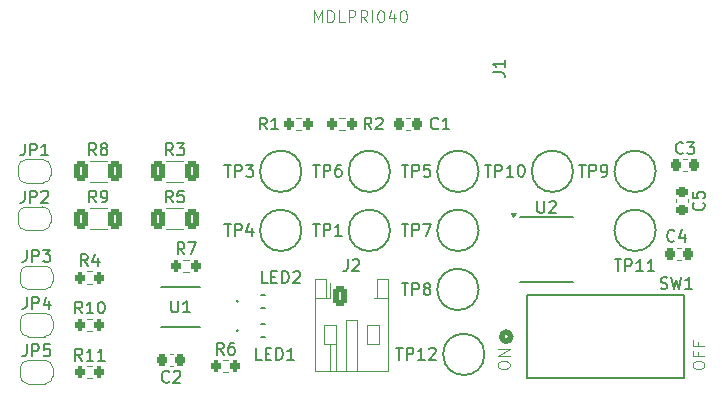
<source format=gbr>
%TF.GenerationSoftware,KiCad,Pcbnew,8.0.1*%
%TF.CreationDate,2024-03-24T16:32:44+02:00*%
%TF.ProjectId,88_Project,38385f50-726f-46a6-9563-742e6b696361,5*%
%TF.SameCoordinates,Original*%
%TF.FileFunction,Legend,Top*%
%TF.FilePolarity,Positive*%
%FSLAX46Y46*%
G04 Gerber Fmt 4.6, Leading zero omitted, Abs format (unit mm)*
G04 Created by KiCad (PCBNEW 8.0.1) date 2024-03-24 16:32:44*
%MOMM*%
%LPD*%
G01*
G04 APERTURE LIST*
G04 Aperture macros list*
%AMRoundRect*
0 Rectangle with rounded corners*
0 $1 Rounding radius*
0 $2 $3 $4 $5 $6 $7 $8 $9 X,Y pos of 4 corners*
0 Add a 4 corners polygon primitive as box body*
4,1,4,$2,$3,$4,$5,$6,$7,$8,$9,$2,$3,0*
0 Add four circle primitives for the rounded corners*
1,1,$1+$1,$2,$3*
1,1,$1+$1,$4,$5*
1,1,$1+$1,$6,$7*
1,1,$1+$1,$8,$9*
0 Add four rect primitives between the rounded corners*
20,1,$1+$1,$2,$3,$4,$5,0*
20,1,$1+$1,$4,$5,$6,$7,0*
20,1,$1+$1,$6,$7,$8,$9,0*
20,1,$1+$1,$8,$9,$2,$3,0*%
%AMFreePoly0*
4,1,19,0.500000,-0.750000,0.000000,-0.750000,0.000000,-0.744911,-0.071157,-0.744911,-0.207708,-0.704816,-0.327430,-0.627875,-0.420627,-0.520320,-0.479746,-0.390866,-0.500000,-0.250000,-0.500000,0.250000,-0.479746,0.390866,-0.420627,0.520320,-0.327430,0.627875,-0.207708,0.704816,-0.071157,0.744911,0.000000,0.744911,0.000000,0.750000,0.500000,0.750000,0.500000,-0.750000,0.500000,-0.750000,
$1*%
%AMFreePoly1*
4,1,19,0.000000,0.744911,0.071157,0.744911,0.207708,0.704816,0.327430,0.627875,0.420627,0.520320,0.479746,0.390866,0.500000,0.250000,0.500000,-0.250000,0.479746,-0.390866,0.420627,-0.520320,0.327430,-0.627875,0.207708,-0.704816,0.071157,-0.744911,0.000000,-0.744911,0.000000,-0.750000,-0.500000,-0.750000,-0.500000,0.750000,0.000000,0.750000,0.000000,0.744911,0.000000,0.744911,
$1*%
G04 Aperture macros list end*
%ADD10C,0.100000*%
%ADD11C,0.150000*%
%ADD12C,0.152400*%
%ADD13C,0.508000*%
%ADD14C,0.120000*%
%ADD15R,0.854800X0.862800*%
%ADD16R,1.327899X0.431000*%
%ADD17C,2.057400*%
%ADD18C,2.800000*%
%ADD19RoundRect,0.200000X-0.200000X-0.275000X0.200000X-0.275000X0.200000X0.275000X-0.200000X0.275000X0*%
%ADD20RoundRect,0.250000X-0.312500X-0.625000X0.312500X-0.625000X0.312500X0.625000X-0.312500X0.625000X0*%
%ADD21FreePoly0,0.000000*%
%ADD22FreePoly1,0.000000*%
%ADD23RoundRect,0.225000X-0.225000X-0.250000X0.225000X-0.250000X0.225000X0.250000X-0.225000X0.250000X0*%
%ADD24RoundRect,0.225000X0.225000X0.250000X-0.225000X0.250000X-0.225000X-0.250000X0.225000X-0.250000X0*%
%ADD25RoundRect,0.225000X-0.250000X0.225000X-0.250000X-0.225000X0.250000X-0.225000X0.250000X0.225000X0*%
%ADD26RoundRect,0.200000X0.200000X0.275000X-0.200000X0.275000X-0.200000X-0.275000X0.200000X-0.275000X0*%
%ADD27R,1.050000X0.450000*%
%ADD28R,3.400000X5.000000*%
%ADD29RoundRect,0.250000X-0.350000X-0.625000X0.350000X-0.625000X0.350000X0.625000X-0.350000X0.625000X0*%
%ADD30O,1.200000X1.750000*%
%ADD31R,1.700000X1.700000*%
%ADD32O,1.700000X1.700000*%
G04 APERTURE END LIST*
D10*
X61303884Y-100372419D02*
X61303884Y-99372419D01*
X61303884Y-99372419D02*
X61637217Y-100086704D01*
X61637217Y-100086704D02*
X61970550Y-99372419D01*
X61970550Y-99372419D02*
X61970550Y-100372419D01*
X62446741Y-100372419D02*
X62446741Y-99372419D01*
X62446741Y-99372419D02*
X62684836Y-99372419D01*
X62684836Y-99372419D02*
X62827693Y-99420038D01*
X62827693Y-99420038D02*
X62922931Y-99515276D01*
X62922931Y-99515276D02*
X62970550Y-99610514D01*
X62970550Y-99610514D02*
X63018169Y-99800990D01*
X63018169Y-99800990D02*
X63018169Y-99943847D01*
X63018169Y-99943847D02*
X62970550Y-100134323D01*
X62970550Y-100134323D02*
X62922931Y-100229561D01*
X62922931Y-100229561D02*
X62827693Y-100324800D01*
X62827693Y-100324800D02*
X62684836Y-100372419D01*
X62684836Y-100372419D02*
X62446741Y-100372419D01*
X63922931Y-100372419D02*
X63446741Y-100372419D01*
X63446741Y-100372419D02*
X63446741Y-99372419D01*
X64256265Y-100372419D02*
X64256265Y-99372419D01*
X64256265Y-99372419D02*
X64637217Y-99372419D01*
X64637217Y-99372419D02*
X64732455Y-99420038D01*
X64732455Y-99420038D02*
X64780074Y-99467657D01*
X64780074Y-99467657D02*
X64827693Y-99562895D01*
X64827693Y-99562895D02*
X64827693Y-99705752D01*
X64827693Y-99705752D02*
X64780074Y-99800990D01*
X64780074Y-99800990D02*
X64732455Y-99848609D01*
X64732455Y-99848609D02*
X64637217Y-99896228D01*
X64637217Y-99896228D02*
X64256265Y-99896228D01*
X65827693Y-100372419D02*
X65494360Y-99896228D01*
X65256265Y-100372419D02*
X65256265Y-99372419D01*
X65256265Y-99372419D02*
X65637217Y-99372419D01*
X65637217Y-99372419D02*
X65732455Y-99420038D01*
X65732455Y-99420038D02*
X65780074Y-99467657D01*
X65780074Y-99467657D02*
X65827693Y-99562895D01*
X65827693Y-99562895D02*
X65827693Y-99705752D01*
X65827693Y-99705752D02*
X65780074Y-99800990D01*
X65780074Y-99800990D02*
X65732455Y-99848609D01*
X65732455Y-99848609D02*
X65637217Y-99896228D01*
X65637217Y-99896228D02*
X65256265Y-99896228D01*
X66256265Y-100372419D02*
X66256265Y-99372419D01*
X66922931Y-99372419D02*
X67018169Y-99372419D01*
X67018169Y-99372419D02*
X67113407Y-99420038D01*
X67113407Y-99420038D02*
X67161026Y-99467657D01*
X67161026Y-99467657D02*
X67208645Y-99562895D01*
X67208645Y-99562895D02*
X67256264Y-99753371D01*
X67256264Y-99753371D02*
X67256264Y-99991466D01*
X67256264Y-99991466D02*
X67208645Y-100181942D01*
X67208645Y-100181942D02*
X67161026Y-100277180D01*
X67161026Y-100277180D02*
X67113407Y-100324800D01*
X67113407Y-100324800D02*
X67018169Y-100372419D01*
X67018169Y-100372419D02*
X66922931Y-100372419D01*
X66922931Y-100372419D02*
X66827693Y-100324800D01*
X66827693Y-100324800D02*
X66780074Y-100277180D01*
X66780074Y-100277180D02*
X66732455Y-100181942D01*
X66732455Y-100181942D02*
X66684836Y-99991466D01*
X66684836Y-99991466D02*
X66684836Y-99753371D01*
X66684836Y-99753371D02*
X66732455Y-99562895D01*
X66732455Y-99562895D02*
X66780074Y-99467657D01*
X66780074Y-99467657D02*
X66827693Y-99420038D01*
X66827693Y-99420038D02*
X66922931Y-99372419D01*
X68113407Y-99705752D02*
X68113407Y-100372419D01*
X67875312Y-99324800D02*
X67637217Y-100039085D01*
X67637217Y-100039085D02*
X68256264Y-100039085D01*
X68827693Y-99372419D02*
X68922931Y-99372419D01*
X68922931Y-99372419D02*
X69018169Y-99420038D01*
X69018169Y-99420038D02*
X69065788Y-99467657D01*
X69065788Y-99467657D02*
X69113407Y-99562895D01*
X69113407Y-99562895D02*
X69161026Y-99753371D01*
X69161026Y-99753371D02*
X69161026Y-99991466D01*
X69161026Y-99991466D02*
X69113407Y-100181942D01*
X69113407Y-100181942D02*
X69065788Y-100277180D01*
X69065788Y-100277180D02*
X69018169Y-100324800D01*
X69018169Y-100324800D02*
X68922931Y-100372419D01*
X68922931Y-100372419D02*
X68827693Y-100372419D01*
X68827693Y-100372419D02*
X68732455Y-100324800D01*
X68732455Y-100324800D02*
X68684836Y-100277180D01*
X68684836Y-100277180D02*
X68637217Y-100181942D01*
X68637217Y-100181942D02*
X68589598Y-99991466D01*
X68589598Y-99991466D02*
X68589598Y-99753371D01*
X68589598Y-99753371D02*
X68637217Y-99562895D01*
X68637217Y-99562895D02*
X68684836Y-99467657D01*
X68684836Y-99467657D02*
X68732455Y-99420038D01*
X68732455Y-99420038D02*
X68827693Y-99372419D01*
X76872419Y-129505639D02*
X76872419Y-129315163D01*
X76872419Y-129315163D02*
X76920038Y-129219925D01*
X76920038Y-129219925D02*
X77015276Y-129124687D01*
X77015276Y-129124687D02*
X77205752Y-129077068D01*
X77205752Y-129077068D02*
X77539085Y-129077068D01*
X77539085Y-129077068D02*
X77729561Y-129124687D01*
X77729561Y-129124687D02*
X77824800Y-129219925D01*
X77824800Y-129219925D02*
X77872419Y-129315163D01*
X77872419Y-129315163D02*
X77872419Y-129505639D01*
X77872419Y-129505639D02*
X77824800Y-129600877D01*
X77824800Y-129600877D02*
X77729561Y-129696115D01*
X77729561Y-129696115D02*
X77539085Y-129743734D01*
X77539085Y-129743734D02*
X77205752Y-129743734D01*
X77205752Y-129743734D02*
X77015276Y-129696115D01*
X77015276Y-129696115D02*
X76920038Y-129600877D01*
X76920038Y-129600877D02*
X76872419Y-129505639D01*
X77872419Y-128648496D02*
X76872419Y-128648496D01*
X76872419Y-128648496D02*
X77872419Y-128077068D01*
X77872419Y-128077068D02*
X76872419Y-128077068D01*
X93372419Y-129505639D02*
X93372419Y-129315163D01*
X93372419Y-129315163D02*
X93420038Y-129219925D01*
X93420038Y-129219925D02*
X93515276Y-129124687D01*
X93515276Y-129124687D02*
X93705752Y-129077068D01*
X93705752Y-129077068D02*
X94039085Y-129077068D01*
X94039085Y-129077068D02*
X94229561Y-129124687D01*
X94229561Y-129124687D02*
X94324800Y-129219925D01*
X94324800Y-129219925D02*
X94372419Y-129315163D01*
X94372419Y-129315163D02*
X94372419Y-129505639D01*
X94372419Y-129505639D02*
X94324800Y-129600877D01*
X94324800Y-129600877D02*
X94229561Y-129696115D01*
X94229561Y-129696115D02*
X94039085Y-129743734D01*
X94039085Y-129743734D02*
X93705752Y-129743734D01*
X93705752Y-129743734D02*
X93515276Y-129696115D01*
X93515276Y-129696115D02*
X93420038Y-129600877D01*
X93420038Y-129600877D02*
X93372419Y-129505639D01*
X93848609Y-128315163D02*
X93848609Y-128648496D01*
X94372419Y-128648496D02*
X93372419Y-128648496D01*
X93372419Y-128648496D02*
X93372419Y-128172306D01*
X93848609Y-127458020D02*
X93848609Y-127791353D01*
X94372419Y-127791353D02*
X93372419Y-127791353D01*
X93372419Y-127791353D02*
X93372419Y-127315163D01*
D11*
X56880952Y-128954819D02*
X56404762Y-128954819D01*
X56404762Y-128954819D02*
X56404762Y-127954819D01*
X57214286Y-128431009D02*
X57547619Y-128431009D01*
X57690476Y-128954819D02*
X57214286Y-128954819D01*
X57214286Y-128954819D02*
X57214286Y-127954819D01*
X57214286Y-127954819D02*
X57690476Y-127954819D01*
X58119048Y-128954819D02*
X58119048Y-127954819D01*
X58119048Y-127954819D02*
X58357143Y-127954819D01*
X58357143Y-127954819D02*
X58500000Y-128002438D01*
X58500000Y-128002438D02*
X58595238Y-128097676D01*
X58595238Y-128097676D02*
X58642857Y-128192914D01*
X58642857Y-128192914D02*
X58690476Y-128383390D01*
X58690476Y-128383390D02*
X58690476Y-128526247D01*
X58690476Y-128526247D02*
X58642857Y-128716723D01*
X58642857Y-128716723D02*
X58595238Y-128811961D01*
X58595238Y-128811961D02*
X58500000Y-128907200D01*
X58500000Y-128907200D02*
X58357143Y-128954819D01*
X58357143Y-128954819D02*
X58119048Y-128954819D01*
X59642857Y-128954819D02*
X59071429Y-128954819D01*
X59357143Y-128954819D02*
X59357143Y-127954819D01*
X59357143Y-127954819D02*
X59261905Y-128097676D01*
X59261905Y-128097676D02*
X59166667Y-128192914D01*
X59166667Y-128192914D02*
X59071429Y-128240533D01*
X57380952Y-122454819D02*
X56904762Y-122454819D01*
X56904762Y-122454819D02*
X56904762Y-121454819D01*
X57714286Y-121931009D02*
X58047619Y-121931009D01*
X58190476Y-122454819D02*
X57714286Y-122454819D01*
X57714286Y-122454819D02*
X57714286Y-121454819D01*
X57714286Y-121454819D02*
X58190476Y-121454819D01*
X58619048Y-122454819D02*
X58619048Y-121454819D01*
X58619048Y-121454819D02*
X58857143Y-121454819D01*
X58857143Y-121454819D02*
X59000000Y-121502438D01*
X59000000Y-121502438D02*
X59095238Y-121597676D01*
X59095238Y-121597676D02*
X59142857Y-121692914D01*
X59142857Y-121692914D02*
X59190476Y-121883390D01*
X59190476Y-121883390D02*
X59190476Y-122026247D01*
X59190476Y-122026247D02*
X59142857Y-122216723D01*
X59142857Y-122216723D02*
X59095238Y-122311961D01*
X59095238Y-122311961D02*
X59000000Y-122407200D01*
X59000000Y-122407200D02*
X58857143Y-122454819D01*
X58857143Y-122454819D02*
X58619048Y-122454819D01*
X59571429Y-121550057D02*
X59619048Y-121502438D01*
X59619048Y-121502438D02*
X59714286Y-121454819D01*
X59714286Y-121454819D02*
X59952381Y-121454819D01*
X59952381Y-121454819D02*
X60047619Y-121502438D01*
X60047619Y-121502438D02*
X60095238Y-121550057D01*
X60095238Y-121550057D02*
X60142857Y-121645295D01*
X60142857Y-121645295D02*
X60142857Y-121740533D01*
X60142857Y-121740533D02*
X60095238Y-121883390D01*
X60095238Y-121883390D02*
X59523810Y-122454819D01*
X59523810Y-122454819D02*
X60142857Y-122454819D01*
X49238095Y-123954819D02*
X49238095Y-124764342D01*
X49238095Y-124764342D02*
X49285714Y-124859580D01*
X49285714Y-124859580D02*
X49333333Y-124907200D01*
X49333333Y-124907200D02*
X49428571Y-124954819D01*
X49428571Y-124954819D02*
X49619047Y-124954819D01*
X49619047Y-124954819D02*
X49714285Y-124907200D01*
X49714285Y-124907200D02*
X49761904Y-124859580D01*
X49761904Y-124859580D02*
X49809523Y-124764342D01*
X49809523Y-124764342D02*
X49809523Y-123954819D01*
X50809523Y-124954819D02*
X50238095Y-124954819D01*
X50523809Y-124954819D02*
X50523809Y-123954819D01*
X50523809Y-123954819D02*
X50428571Y-124097676D01*
X50428571Y-124097676D02*
X50333333Y-124192914D01*
X50333333Y-124192914D02*
X50238095Y-124240533D01*
X90666667Y-122907200D02*
X90809524Y-122954819D01*
X90809524Y-122954819D02*
X91047619Y-122954819D01*
X91047619Y-122954819D02*
X91142857Y-122907200D01*
X91142857Y-122907200D02*
X91190476Y-122859580D01*
X91190476Y-122859580D02*
X91238095Y-122764342D01*
X91238095Y-122764342D02*
X91238095Y-122669104D01*
X91238095Y-122669104D02*
X91190476Y-122573866D01*
X91190476Y-122573866D02*
X91142857Y-122526247D01*
X91142857Y-122526247D02*
X91047619Y-122478628D01*
X91047619Y-122478628D02*
X90857143Y-122431009D01*
X90857143Y-122431009D02*
X90761905Y-122383390D01*
X90761905Y-122383390D02*
X90714286Y-122335771D01*
X90714286Y-122335771D02*
X90666667Y-122240533D01*
X90666667Y-122240533D02*
X90666667Y-122145295D01*
X90666667Y-122145295D02*
X90714286Y-122050057D01*
X90714286Y-122050057D02*
X90761905Y-122002438D01*
X90761905Y-122002438D02*
X90857143Y-121954819D01*
X90857143Y-121954819D02*
X91095238Y-121954819D01*
X91095238Y-121954819D02*
X91238095Y-122002438D01*
X91571429Y-121954819D02*
X91809524Y-122954819D01*
X91809524Y-122954819D02*
X92000000Y-122240533D01*
X92000000Y-122240533D02*
X92190476Y-122954819D01*
X92190476Y-122954819D02*
X92428572Y-121954819D01*
X93333333Y-122954819D02*
X92761905Y-122954819D01*
X93047619Y-122954819D02*
X93047619Y-121954819D01*
X93047619Y-121954819D02*
X92952381Y-122097676D01*
X92952381Y-122097676D02*
X92857143Y-122192914D01*
X92857143Y-122192914D02*
X92761905Y-122240533D01*
X68738095Y-117454819D02*
X69309523Y-117454819D01*
X69023809Y-118454819D02*
X69023809Y-117454819D01*
X69642857Y-118454819D02*
X69642857Y-117454819D01*
X69642857Y-117454819D02*
X70023809Y-117454819D01*
X70023809Y-117454819D02*
X70119047Y-117502438D01*
X70119047Y-117502438D02*
X70166666Y-117550057D01*
X70166666Y-117550057D02*
X70214285Y-117645295D01*
X70214285Y-117645295D02*
X70214285Y-117788152D01*
X70214285Y-117788152D02*
X70166666Y-117883390D01*
X70166666Y-117883390D02*
X70119047Y-117931009D01*
X70119047Y-117931009D02*
X70023809Y-117978628D01*
X70023809Y-117978628D02*
X69642857Y-117978628D01*
X70547619Y-117454819D02*
X71214285Y-117454819D01*
X71214285Y-117454819D02*
X70785714Y-118454819D01*
X42158333Y-121024819D02*
X41825000Y-120548628D01*
X41586905Y-121024819D02*
X41586905Y-120024819D01*
X41586905Y-120024819D02*
X41967857Y-120024819D01*
X41967857Y-120024819D02*
X42063095Y-120072438D01*
X42063095Y-120072438D02*
X42110714Y-120120057D01*
X42110714Y-120120057D02*
X42158333Y-120215295D01*
X42158333Y-120215295D02*
X42158333Y-120358152D01*
X42158333Y-120358152D02*
X42110714Y-120453390D01*
X42110714Y-120453390D02*
X42063095Y-120501009D01*
X42063095Y-120501009D02*
X41967857Y-120548628D01*
X41967857Y-120548628D02*
X41586905Y-120548628D01*
X43015476Y-120358152D02*
X43015476Y-121024819D01*
X42777381Y-119977200D02*
X42539286Y-120691485D01*
X42539286Y-120691485D02*
X43158333Y-120691485D01*
X49370833Y-111634819D02*
X49037500Y-111158628D01*
X48799405Y-111634819D02*
X48799405Y-110634819D01*
X48799405Y-110634819D02*
X49180357Y-110634819D01*
X49180357Y-110634819D02*
X49275595Y-110682438D01*
X49275595Y-110682438D02*
X49323214Y-110730057D01*
X49323214Y-110730057D02*
X49370833Y-110825295D01*
X49370833Y-110825295D02*
X49370833Y-110968152D01*
X49370833Y-110968152D02*
X49323214Y-111063390D01*
X49323214Y-111063390D02*
X49275595Y-111111009D01*
X49275595Y-111111009D02*
X49180357Y-111158628D01*
X49180357Y-111158628D02*
X48799405Y-111158628D01*
X49704167Y-110634819D02*
X50323214Y-110634819D01*
X50323214Y-110634819D02*
X49989881Y-111015771D01*
X49989881Y-111015771D02*
X50132738Y-111015771D01*
X50132738Y-111015771D02*
X50227976Y-111063390D01*
X50227976Y-111063390D02*
X50275595Y-111111009D01*
X50275595Y-111111009D02*
X50323214Y-111206247D01*
X50323214Y-111206247D02*
X50323214Y-111444342D01*
X50323214Y-111444342D02*
X50275595Y-111539580D01*
X50275595Y-111539580D02*
X50227976Y-111587200D01*
X50227976Y-111587200D02*
X50132738Y-111634819D01*
X50132738Y-111634819D02*
X49847024Y-111634819D01*
X49847024Y-111634819D02*
X49751786Y-111587200D01*
X49751786Y-111587200D02*
X49704167Y-111539580D01*
X53658333Y-128524819D02*
X53325000Y-128048628D01*
X53086905Y-128524819D02*
X53086905Y-127524819D01*
X53086905Y-127524819D02*
X53467857Y-127524819D01*
X53467857Y-127524819D02*
X53563095Y-127572438D01*
X53563095Y-127572438D02*
X53610714Y-127620057D01*
X53610714Y-127620057D02*
X53658333Y-127715295D01*
X53658333Y-127715295D02*
X53658333Y-127858152D01*
X53658333Y-127858152D02*
X53610714Y-127953390D01*
X53610714Y-127953390D02*
X53563095Y-128001009D01*
X53563095Y-128001009D02*
X53467857Y-128048628D01*
X53467857Y-128048628D02*
X53086905Y-128048628D01*
X54515476Y-127524819D02*
X54325000Y-127524819D01*
X54325000Y-127524819D02*
X54229762Y-127572438D01*
X54229762Y-127572438D02*
X54182143Y-127620057D01*
X54182143Y-127620057D02*
X54086905Y-127762914D01*
X54086905Y-127762914D02*
X54039286Y-127953390D01*
X54039286Y-127953390D02*
X54039286Y-128334342D01*
X54039286Y-128334342D02*
X54086905Y-128429580D01*
X54086905Y-128429580D02*
X54134524Y-128477200D01*
X54134524Y-128477200D02*
X54229762Y-128524819D01*
X54229762Y-128524819D02*
X54420238Y-128524819D01*
X54420238Y-128524819D02*
X54515476Y-128477200D01*
X54515476Y-128477200D02*
X54563095Y-128429580D01*
X54563095Y-128429580D02*
X54610714Y-128334342D01*
X54610714Y-128334342D02*
X54610714Y-128096247D01*
X54610714Y-128096247D02*
X54563095Y-128001009D01*
X54563095Y-128001009D02*
X54515476Y-127953390D01*
X54515476Y-127953390D02*
X54420238Y-127905771D01*
X54420238Y-127905771D02*
X54229762Y-127905771D01*
X54229762Y-127905771D02*
X54134524Y-127953390D01*
X54134524Y-127953390D02*
X54086905Y-128001009D01*
X54086905Y-128001009D02*
X54039286Y-128096247D01*
X61238095Y-112454819D02*
X61809523Y-112454819D01*
X61523809Y-113454819D02*
X61523809Y-112454819D01*
X62142857Y-113454819D02*
X62142857Y-112454819D01*
X62142857Y-112454819D02*
X62523809Y-112454819D01*
X62523809Y-112454819D02*
X62619047Y-112502438D01*
X62619047Y-112502438D02*
X62666666Y-112550057D01*
X62666666Y-112550057D02*
X62714285Y-112645295D01*
X62714285Y-112645295D02*
X62714285Y-112788152D01*
X62714285Y-112788152D02*
X62666666Y-112883390D01*
X62666666Y-112883390D02*
X62619047Y-112931009D01*
X62619047Y-112931009D02*
X62523809Y-112978628D01*
X62523809Y-112978628D02*
X62142857Y-112978628D01*
X63571428Y-112454819D02*
X63380952Y-112454819D01*
X63380952Y-112454819D02*
X63285714Y-112502438D01*
X63285714Y-112502438D02*
X63238095Y-112550057D01*
X63238095Y-112550057D02*
X63142857Y-112692914D01*
X63142857Y-112692914D02*
X63095238Y-112883390D01*
X63095238Y-112883390D02*
X63095238Y-113264342D01*
X63095238Y-113264342D02*
X63142857Y-113359580D01*
X63142857Y-113359580D02*
X63190476Y-113407200D01*
X63190476Y-113407200D02*
X63285714Y-113454819D01*
X63285714Y-113454819D02*
X63476190Y-113454819D01*
X63476190Y-113454819D02*
X63571428Y-113407200D01*
X63571428Y-113407200D02*
X63619047Y-113359580D01*
X63619047Y-113359580D02*
X63666666Y-113264342D01*
X63666666Y-113264342D02*
X63666666Y-113026247D01*
X63666666Y-113026247D02*
X63619047Y-112931009D01*
X63619047Y-112931009D02*
X63571428Y-112883390D01*
X63571428Y-112883390D02*
X63476190Y-112835771D01*
X63476190Y-112835771D02*
X63285714Y-112835771D01*
X63285714Y-112835771D02*
X63190476Y-112883390D01*
X63190476Y-112883390D02*
X63142857Y-112931009D01*
X63142857Y-112931009D02*
X63095238Y-113026247D01*
X42870833Y-115634819D02*
X42537500Y-115158628D01*
X42299405Y-115634819D02*
X42299405Y-114634819D01*
X42299405Y-114634819D02*
X42680357Y-114634819D01*
X42680357Y-114634819D02*
X42775595Y-114682438D01*
X42775595Y-114682438D02*
X42823214Y-114730057D01*
X42823214Y-114730057D02*
X42870833Y-114825295D01*
X42870833Y-114825295D02*
X42870833Y-114968152D01*
X42870833Y-114968152D02*
X42823214Y-115063390D01*
X42823214Y-115063390D02*
X42775595Y-115111009D01*
X42775595Y-115111009D02*
X42680357Y-115158628D01*
X42680357Y-115158628D02*
X42299405Y-115158628D01*
X43347024Y-115634819D02*
X43537500Y-115634819D01*
X43537500Y-115634819D02*
X43632738Y-115587200D01*
X43632738Y-115587200D02*
X43680357Y-115539580D01*
X43680357Y-115539580D02*
X43775595Y-115396723D01*
X43775595Y-115396723D02*
X43823214Y-115206247D01*
X43823214Y-115206247D02*
X43823214Y-114825295D01*
X43823214Y-114825295D02*
X43775595Y-114730057D01*
X43775595Y-114730057D02*
X43727976Y-114682438D01*
X43727976Y-114682438D02*
X43632738Y-114634819D01*
X43632738Y-114634819D02*
X43442262Y-114634819D01*
X43442262Y-114634819D02*
X43347024Y-114682438D01*
X43347024Y-114682438D02*
X43299405Y-114730057D01*
X43299405Y-114730057D02*
X43251786Y-114825295D01*
X43251786Y-114825295D02*
X43251786Y-115063390D01*
X43251786Y-115063390D02*
X43299405Y-115158628D01*
X43299405Y-115158628D02*
X43347024Y-115206247D01*
X43347024Y-115206247D02*
X43442262Y-115253866D01*
X43442262Y-115253866D02*
X43632738Y-115253866D01*
X43632738Y-115253866D02*
X43727976Y-115206247D01*
X43727976Y-115206247D02*
X43775595Y-115158628D01*
X43775595Y-115158628D02*
X43823214Y-115063390D01*
X36991666Y-123654819D02*
X36991666Y-124369104D01*
X36991666Y-124369104D02*
X36944047Y-124511961D01*
X36944047Y-124511961D02*
X36848809Y-124607200D01*
X36848809Y-124607200D02*
X36705952Y-124654819D01*
X36705952Y-124654819D02*
X36610714Y-124654819D01*
X37467857Y-124654819D02*
X37467857Y-123654819D01*
X37467857Y-123654819D02*
X37848809Y-123654819D01*
X37848809Y-123654819D02*
X37944047Y-123702438D01*
X37944047Y-123702438D02*
X37991666Y-123750057D01*
X37991666Y-123750057D02*
X38039285Y-123845295D01*
X38039285Y-123845295D02*
X38039285Y-123988152D01*
X38039285Y-123988152D02*
X37991666Y-124083390D01*
X37991666Y-124083390D02*
X37944047Y-124131009D01*
X37944047Y-124131009D02*
X37848809Y-124178628D01*
X37848809Y-124178628D02*
X37467857Y-124178628D01*
X38896428Y-123988152D02*
X38896428Y-124654819D01*
X38658333Y-123607200D02*
X38420238Y-124321485D01*
X38420238Y-124321485D02*
X39039285Y-124321485D01*
X68738095Y-122454819D02*
X69309523Y-122454819D01*
X69023809Y-123454819D02*
X69023809Y-122454819D01*
X69642857Y-123454819D02*
X69642857Y-122454819D01*
X69642857Y-122454819D02*
X70023809Y-122454819D01*
X70023809Y-122454819D02*
X70119047Y-122502438D01*
X70119047Y-122502438D02*
X70166666Y-122550057D01*
X70166666Y-122550057D02*
X70214285Y-122645295D01*
X70214285Y-122645295D02*
X70214285Y-122788152D01*
X70214285Y-122788152D02*
X70166666Y-122883390D01*
X70166666Y-122883390D02*
X70119047Y-122931009D01*
X70119047Y-122931009D02*
X70023809Y-122978628D01*
X70023809Y-122978628D02*
X69642857Y-122978628D01*
X70785714Y-122883390D02*
X70690476Y-122835771D01*
X70690476Y-122835771D02*
X70642857Y-122788152D01*
X70642857Y-122788152D02*
X70595238Y-122692914D01*
X70595238Y-122692914D02*
X70595238Y-122645295D01*
X70595238Y-122645295D02*
X70642857Y-122550057D01*
X70642857Y-122550057D02*
X70690476Y-122502438D01*
X70690476Y-122502438D02*
X70785714Y-122454819D01*
X70785714Y-122454819D02*
X70976190Y-122454819D01*
X70976190Y-122454819D02*
X71071428Y-122502438D01*
X71071428Y-122502438D02*
X71119047Y-122550057D01*
X71119047Y-122550057D02*
X71166666Y-122645295D01*
X71166666Y-122645295D02*
X71166666Y-122692914D01*
X71166666Y-122692914D02*
X71119047Y-122788152D01*
X71119047Y-122788152D02*
X71071428Y-122835771D01*
X71071428Y-122835771D02*
X70976190Y-122883390D01*
X70976190Y-122883390D02*
X70785714Y-122883390D01*
X70785714Y-122883390D02*
X70690476Y-122931009D01*
X70690476Y-122931009D02*
X70642857Y-122978628D01*
X70642857Y-122978628D02*
X70595238Y-123073866D01*
X70595238Y-123073866D02*
X70595238Y-123264342D01*
X70595238Y-123264342D02*
X70642857Y-123359580D01*
X70642857Y-123359580D02*
X70690476Y-123407200D01*
X70690476Y-123407200D02*
X70785714Y-123454819D01*
X70785714Y-123454819D02*
X70976190Y-123454819D01*
X70976190Y-123454819D02*
X71071428Y-123407200D01*
X71071428Y-123407200D02*
X71119047Y-123359580D01*
X71119047Y-123359580D02*
X71166666Y-123264342D01*
X71166666Y-123264342D02*
X71166666Y-123073866D01*
X71166666Y-123073866D02*
X71119047Y-122978628D01*
X71119047Y-122978628D02*
X71071428Y-122931009D01*
X71071428Y-122931009D02*
X70976190Y-122883390D01*
X71833333Y-109359580D02*
X71785714Y-109407200D01*
X71785714Y-109407200D02*
X71642857Y-109454819D01*
X71642857Y-109454819D02*
X71547619Y-109454819D01*
X71547619Y-109454819D02*
X71404762Y-109407200D01*
X71404762Y-109407200D02*
X71309524Y-109311961D01*
X71309524Y-109311961D02*
X71261905Y-109216723D01*
X71261905Y-109216723D02*
X71214286Y-109026247D01*
X71214286Y-109026247D02*
X71214286Y-108883390D01*
X71214286Y-108883390D02*
X71261905Y-108692914D01*
X71261905Y-108692914D02*
X71309524Y-108597676D01*
X71309524Y-108597676D02*
X71404762Y-108502438D01*
X71404762Y-108502438D02*
X71547619Y-108454819D01*
X71547619Y-108454819D02*
X71642857Y-108454819D01*
X71642857Y-108454819D02*
X71785714Y-108502438D01*
X71785714Y-108502438D02*
X71833333Y-108550057D01*
X72785714Y-109454819D02*
X72214286Y-109454819D01*
X72500000Y-109454819D02*
X72500000Y-108454819D01*
X72500000Y-108454819D02*
X72404762Y-108597676D01*
X72404762Y-108597676D02*
X72309524Y-108692914D01*
X72309524Y-108692914D02*
X72214286Y-108740533D01*
X91833333Y-118859580D02*
X91785714Y-118907200D01*
X91785714Y-118907200D02*
X91642857Y-118954819D01*
X91642857Y-118954819D02*
X91547619Y-118954819D01*
X91547619Y-118954819D02*
X91404762Y-118907200D01*
X91404762Y-118907200D02*
X91309524Y-118811961D01*
X91309524Y-118811961D02*
X91261905Y-118716723D01*
X91261905Y-118716723D02*
X91214286Y-118526247D01*
X91214286Y-118526247D02*
X91214286Y-118383390D01*
X91214286Y-118383390D02*
X91261905Y-118192914D01*
X91261905Y-118192914D02*
X91309524Y-118097676D01*
X91309524Y-118097676D02*
X91404762Y-118002438D01*
X91404762Y-118002438D02*
X91547619Y-117954819D01*
X91547619Y-117954819D02*
X91642857Y-117954819D01*
X91642857Y-117954819D02*
X91785714Y-118002438D01*
X91785714Y-118002438D02*
X91833333Y-118050057D01*
X92690476Y-118288152D02*
X92690476Y-118954819D01*
X92452381Y-117907200D02*
X92214286Y-118621485D01*
X92214286Y-118621485D02*
X92833333Y-118621485D01*
X53738095Y-117454819D02*
X54309523Y-117454819D01*
X54023809Y-118454819D02*
X54023809Y-117454819D01*
X54642857Y-118454819D02*
X54642857Y-117454819D01*
X54642857Y-117454819D02*
X55023809Y-117454819D01*
X55023809Y-117454819D02*
X55119047Y-117502438D01*
X55119047Y-117502438D02*
X55166666Y-117550057D01*
X55166666Y-117550057D02*
X55214285Y-117645295D01*
X55214285Y-117645295D02*
X55214285Y-117788152D01*
X55214285Y-117788152D02*
X55166666Y-117883390D01*
X55166666Y-117883390D02*
X55119047Y-117931009D01*
X55119047Y-117931009D02*
X55023809Y-117978628D01*
X55023809Y-117978628D02*
X54642857Y-117978628D01*
X56071428Y-117788152D02*
X56071428Y-118454819D01*
X55833333Y-117407200D02*
X55595238Y-118121485D01*
X55595238Y-118121485D02*
X56214285Y-118121485D01*
X49058333Y-130789580D02*
X49010714Y-130837200D01*
X49010714Y-130837200D02*
X48867857Y-130884819D01*
X48867857Y-130884819D02*
X48772619Y-130884819D01*
X48772619Y-130884819D02*
X48629762Y-130837200D01*
X48629762Y-130837200D02*
X48534524Y-130741961D01*
X48534524Y-130741961D02*
X48486905Y-130646723D01*
X48486905Y-130646723D02*
X48439286Y-130456247D01*
X48439286Y-130456247D02*
X48439286Y-130313390D01*
X48439286Y-130313390D02*
X48486905Y-130122914D01*
X48486905Y-130122914D02*
X48534524Y-130027676D01*
X48534524Y-130027676D02*
X48629762Y-129932438D01*
X48629762Y-129932438D02*
X48772619Y-129884819D01*
X48772619Y-129884819D02*
X48867857Y-129884819D01*
X48867857Y-129884819D02*
X49010714Y-129932438D01*
X49010714Y-129932438D02*
X49058333Y-129980057D01*
X49439286Y-129980057D02*
X49486905Y-129932438D01*
X49486905Y-129932438D02*
X49582143Y-129884819D01*
X49582143Y-129884819D02*
X49820238Y-129884819D01*
X49820238Y-129884819D02*
X49915476Y-129932438D01*
X49915476Y-129932438D02*
X49963095Y-129980057D01*
X49963095Y-129980057D02*
X50010714Y-130075295D01*
X50010714Y-130075295D02*
X50010714Y-130170533D01*
X50010714Y-130170533D02*
X49963095Y-130313390D01*
X49963095Y-130313390D02*
X49391667Y-130884819D01*
X49391667Y-130884819D02*
X50010714Y-130884819D01*
X61238095Y-117454819D02*
X61809523Y-117454819D01*
X61523809Y-118454819D02*
X61523809Y-117454819D01*
X62142857Y-118454819D02*
X62142857Y-117454819D01*
X62142857Y-117454819D02*
X62523809Y-117454819D01*
X62523809Y-117454819D02*
X62619047Y-117502438D01*
X62619047Y-117502438D02*
X62666666Y-117550057D01*
X62666666Y-117550057D02*
X62714285Y-117645295D01*
X62714285Y-117645295D02*
X62714285Y-117788152D01*
X62714285Y-117788152D02*
X62666666Y-117883390D01*
X62666666Y-117883390D02*
X62619047Y-117931009D01*
X62619047Y-117931009D02*
X62523809Y-117978628D01*
X62523809Y-117978628D02*
X62142857Y-117978628D01*
X63666666Y-118454819D02*
X63095238Y-118454819D01*
X63380952Y-118454819D02*
X63380952Y-117454819D01*
X63380952Y-117454819D02*
X63285714Y-117597676D01*
X63285714Y-117597676D02*
X63190476Y-117692914D01*
X63190476Y-117692914D02*
X63095238Y-117740533D01*
X53738095Y-112454819D02*
X54309523Y-112454819D01*
X54023809Y-113454819D02*
X54023809Y-112454819D01*
X54642857Y-113454819D02*
X54642857Y-112454819D01*
X54642857Y-112454819D02*
X55023809Y-112454819D01*
X55023809Y-112454819D02*
X55119047Y-112502438D01*
X55119047Y-112502438D02*
X55166666Y-112550057D01*
X55166666Y-112550057D02*
X55214285Y-112645295D01*
X55214285Y-112645295D02*
X55214285Y-112788152D01*
X55214285Y-112788152D02*
X55166666Y-112883390D01*
X55166666Y-112883390D02*
X55119047Y-112931009D01*
X55119047Y-112931009D02*
X55023809Y-112978628D01*
X55023809Y-112978628D02*
X54642857Y-112978628D01*
X55547619Y-112454819D02*
X56166666Y-112454819D01*
X56166666Y-112454819D02*
X55833333Y-112835771D01*
X55833333Y-112835771D02*
X55976190Y-112835771D01*
X55976190Y-112835771D02*
X56071428Y-112883390D01*
X56071428Y-112883390D02*
X56119047Y-112931009D01*
X56119047Y-112931009D02*
X56166666Y-113026247D01*
X56166666Y-113026247D02*
X56166666Y-113264342D01*
X56166666Y-113264342D02*
X56119047Y-113359580D01*
X56119047Y-113359580D02*
X56071428Y-113407200D01*
X56071428Y-113407200D02*
X55976190Y-113454819D01*
X55976190Y-113454819D02*
X55690476Y-113454819D01*
X55690476Y-113454819D02*
X55595238Y-113407200D01*
X55595238Y-113407200D02*
X55547619Y-113359580D01*
X68738095Y-112454819D02*
X69309523Y-112454819D01*
X69023809Y-113454819D02*
X69023809Y-112454819D01*
X69642857Y-113454819D02*
X69642857Y-112454819D01*
X69642857Y-112454819D02*
X70023809Y-112454819D01*
X70023809Y-112454819D02*
X70119047Y-112502438D01*
X70119047Y-112502438D02*
X70166666Y-112550057D01*
X70166666Y-112550057D02*
X70214285Y-112645295D01*
X70214285Y-112645295D02*
X70214285Y-112788152D01*
X70214285Y-112788152D02*
X70166666Y-112883390D01*
X70166666Y-112883390D02*
X70119047Y-112931009D01*
X70119047Y-112931009D02*
X70023809Y-112978628D01*
X70023809Y-112978628D02*
X69642857Y-112978628D01*
X71119047Y-112454819D02*
X70642857Y-112454819D01*
X70642857Y-112454819D02*
X70595238Y-112931009D01*
X70595238Y-112931009D02*
X70642857Y-112883390D01*
X70642857Y-112883390D02*
X70738095Y-112835771D01*
X70738095Y-112835771D02*
X70976190Y-112835771D01*
X70976190Y-112835771D02*
X71071428Y-112883390D01*
X71071428Y-112883390D02*
X71119047Y-112931009D01*
X71119047Y-112931009D02*
X71166666Y-113026247D01*
X71166666Y-113026247D02*
X71166666Y-113264342D01*
X71166666Y-113264342D02*
X71119047Y-113359580D01*
X71119047Y-113359580D02*
X71071428Y-113407200D01*
X71071428Y-113407200D02*
X70976190Y-113454819D01*
X70976190Y-113454819D02*
X70738095Y-113454819D01*
X70738095Y-113454819D02*
X70642857Y-113407200D01*
X70642857Y-113407200D02*
X70595238Y-113359580D01*
X94289580Y-115666666D02*
X94337200Y-115714285D01*
X94337200Y-115714285D02*
X94384819Y-115857142D01*
X94384819Y-115857142D02*
X94384819Y-115952380D01*
X94384819Y-115952380D02*
X94337200Y-116095237D01*
X94337200Y-116095237D02*
X94241961Y-116190475D01*
X94241961Y-116190475D02*
X94146723Y-116238094D01*
X94146723Y-116238094D02*
X93956247Y-116285713D01*
X93956247Y-116285713D02*
X93813390Y-116285713D01*
X93813390Y-116285713D02*
X93622914Y-116238094D01*
X93622914Y-116238094D02*
X93527676Y-116190475D01*
X93527676Y-116190475D02*
X93432438Y-116095237D01*
X93432438Y-116095237D02*
X93384819Y-115952380D01*
X93384819Y-115952380D02*
X93384819Y-115857142D01*
X93384819Y-115857142D02*
X93432438Y-115714285D01*
X93432438Y-115714285D02*
X93480057Y-115666666D01*
X93384819Y-114761904D02*
X93384819Y-115238094D01*
X93384819Y-115238094D02*
X93861009Y-115285713D01*
X93861009Y-115285713D02*
X93813390Y-115238094D01*
X93813390Y-115238094D02*
X93765771Y-115142856D01*
X93765771Y-115142856D02*
X93765771Y-114904761D01*
X93765771Y-114904761D02*
X93813390Y-114809523D01*
X93813390Y-114809523D02*
X93861009Y-114761904D01*
X93861009Y-114761904D02*
X93956247Y-114714285D01*
X93956247Y-114714285D02*
X94194342Y-114714285D01*
X94194342Y-114714285D02*
X94289580Y-114761904D01*
X94289580Y-114761904D02*
X94337200Y-114809523D01*
X94337200Y-114809523D02*
X94384819Y-114904761D01*
X94384819Y-114904761D02*
X94384819Y-115142856D01*
X94384819Y-115142856D02*
X94337200Y-115238094D01*
X94337200Y-115238094D02*
X94289580Y-115285713D01*
X92558333Y-111429580D02*
X92510714Y-111477200D01*
X92510714Y-111477200D02*
X92367857Y-111524819D01*
X92367857Y-111524819D02*
X92272619Y-111524819D01*
X92272619Y-111524819D02*
X92129762Y-111477200D01*
X92129762Y-111477200D02*
X92034524Y-111381961D01*
X92034524Y-111381961D02*
X91986905Y-111286723D01*
X91986905Y-111286723D02*
X91939286Y-111096247D01*
X91939286Y-111096247D02*
X91939286Y-110953390D01*
X91939286Y-110953390D02*
X91986905Y-110762914D01*
X91986905Y-110762914D02*
X92034524Y-110667676D01*
X92034524Y-110667676D02*
X92129762Y-110572438D01*
X92129762Y-110572438D02*
X92272619Y-110524819D01*
X92272619Y-110524819D02*
X92367857Y-110524819D01*
X92367857Y-110524819D02*
X92510714Y-110572438D01*
X92510714Y-110572438D02*
X92558333Y-110620057D01*
X92891667Y-110524819D02*
X93510714Y-110524819D01*
X93510714Y-110524819D02*
X93177381Y-110905771D01*
X93177381Y-110905771D02*
X93320238Y-110905771D01*
X93320238Y-110905771D02*
X93415476Y-110953390D01*
X93415476Y-110953390D02*
X93463095Y-111001009D01*
X93463095Y-111001009D02*
X93510714Y-111096247D01*
X93510714Y-111096247D02*
X93510714Y-111334342D01*
X93510714Y-111334342D02*
X93463095Y-111429580D01*
X93463095Y-111429580D02*
X93415476Y-111477200D01*
X93415476Y-111477200D02*
X93320238Y-111524819D01*
X93320238Y-111524819D02*
X93034524Y-111524819D01*
X93034524Y-111524819D02*
X92939286Y-111477200D01*
X92939286Y-111477200D02*
X92891667Y-111429580D01*
X86761905Y-120454819D02*
X87333333Y-120454819D01*
X87047619Y-121454819D02*
X87047619Y-120454819D01*
X87666667Y-121454819D02*
X87666667Y-120454819D01*
X87666667Y-120454819D02*
X88047619Y-120454819D01*
X88047619Y-120454819D02*
X88142857Y-120502438D01*
X88142857Y-120502438D02*
X88190476Y-120550057D01*
X88190476Y-120550057D02*
X88238095Y-120645295D01*
X88238095Y-120645295D02*
X88238095Y-120788152D01*
X88238095Y-120788152D02*
X88190476Y-120883390D01*
X88190476Y-120883390D02*
X88142857Y-120931009D01*
X88142857Y-120931009D02*
X88047619Y-120978628D01*
X88047619Y-120978628D02*
X87666667Y-120978628D01*
X89190476Y-121454819D02*
X88619048Y-121454819D01*
X88904762Y-121454819D02*
X88904762Y-120454819D01*
X88904762Y-120454819D02*
X88809524Y-120597676D01*
X88809524Y-120597676D02*
X88714286Y-120692914D01*
X88714286Y-120692914D02*
X88619048Y-120740533D01*
X90142857Y-121454819D02*
X89571429Y-121454819D01*
X89857143Y-121454819D02*
X89857143Y-120454819D01*
X89857143Y-120454819D02*
X89761905Y-120597676D01*
X89761905Y-120597676D02*
X89666667Y-120692914D01*
X89666667Y-120692914D02*
X89571429Y-120740533D01*
X36991666Y-119654819D02*
X36991666Y-120369104D01*
X36991666Y-120369104D02*
X36944047Y-120511961D01*
X36944047Y-120511961D02*
X36848809Y-120607200D01*
X36848809Y-120607200D02*
X36705952Y-120654819D01*
X36705952Y-120654819D02*
X36610714Y-120654819D01*
X37467857Y-120654819D02*
X37467857Y-119654819D01*
X37467857Y-119654819D02*
X37848809Y-119654819D01*
X37848809Y-119654819D02*
X37944047Y-119702438D01*
X37944047Y-119702438D02*
X37991666Y-119750057D01*
X37991666Y-119750057D02*
X38039285Y-119845295D01*
X38039285Y-119845295D02*
X38039285Y-119988152D01*
X38039285Y-119988152D02*
X37991666Y-120083390D01*
X37991666Y-120083390D02*
X37944047Y-120131009D01*
X37944047Y-120131009D02*
X37848809Y-120178628D01*
X37848809Y-120178628D02*
X37467857Y-120178628D01*
X38372619Y-119654819D02*
X38991666Y-119654819D01*
X38991666Y-119654819D02*
X38658333Y-120035771D01*
X38658333Y-120035771D02*
X38801190Y-120035771D01*
X38801190Y-120035771D02*
X38896428Y-120083390D01*
X38896428Y-120083390D02*
X38944047Y-120131009D01*
X38944047Y-120131009D02*
X38991666Y-120226247D01*
X38991666Y-120226247D02*
X38991666Y-120464342D01*
X38991666Y-120464342D02*
X38944047Y-120559580D01*
X38944047Y-120559580D02*
X38896428Y-120607200D01*
X38896428Y-120607200D02*
X38801190Y-120654819D01*
X38801190Y-120654819D02*
X38515476Y-120654819D01*
X38515476Y-120654819D02*
X38420238Y-120607200D01*
X38420238Y-120607200D02*
X38372619Y-120559580D01*
X75761905Y-112454819D02*
X76333333Y-112454819D01*
X76047619Y-113454819D02*
X76047619Y-112454819D01*
X76666667Y-113454819D02*
X76666667Y-112454819D01*
X76666667Y-112454819D02*
X77047619Y-112454819D01*
X77047619Y-112454819D02*
X77142857Y-112502438D01*
X77142857Y-112502438D02*
X77190476Y-112550057D01*
X77190476Y-112550057D02*
X77238095Y-112645295D01*
X77238095Y-112645295D02*
X77238095Y-112788152D01*
X77238095Y-112788152D02*
X77190476Y-112883390D01*
X77190476Y-112883390D02*
X77142857Y-112931009D01*
X77142857Y-112931009D02*
X77047619Y-112978628D01*
X77047619Y-112978628D02*
X76666667Y-112978628D01*
X78190476Y-113454819D02*
X77619048Y-113454819D01*
X77904762Y-113454819D02*
X77904762Y-112454819D01*
X77904762Y-112454819D02*
X77809524Y-112597676D01*
X77809524Y-112597676D02*
X77714286Y-112692914D01*
X77714286Y-112692914D02*
X77619048Y-112740533D01*
X78809524Y-112454819D02*
X78904762Y-112454819D01*
X78904762Y-112454819D02*
X79000000Y-112502438D01*
X79000000Y-112502438D02*
X79047619Y-112550057D01*
X79047619Y-112550057D02*
X79095238Y-112645295D01*
X79095238Y-112645295D02*
X79142857Y-112835771D01*
X79142857Y-112835771D02*
X79142857Y-113073866D01*
X79142857Y-113073866D02*
X79095238Y-113264342D01*
X79095238Y-113264342D02*
X79047619Y-113359580D01*
X79047619Y-113359580D02*
X79000000Y-113407200D01*
X79000000Y-113407200D02*
X78904762Y-113454819D01*
X78904762Y-113454819D02*
X78809524Y-113454819D01*
X78809524Y-113454819D02*
X78714286Y-113407200D01*
X78714286Y-113407200D02*
X78666667Y-113359580D01*
X78666667Y-113359580D02*
X78619048Y-113264342D01*
X78619048Y-113264342D02*
X78571429Y-113073866D01*
X78571429Y-113073866D02*
X78571429Y-112835771D01*
X78571429Y-112835771D02*
X78619048Y-112645295D01*
X78619048Y-112645295D02*
X78666667Y-112550057D01*
X78666667Y-112550057D02*
X78714286Y-112502438D01*
X78714286Y-112502438D02*
X78809524Y-112454819D01*
X68261905Y-127954819D02*
X68833333Y-127954819D01*
X68547619Y-128954819D02*
X68547619Y-127954819D01*
X69166667Y-128954819D02*
X69166667Y-127954819D01*
X69166667Y-127954819D02*
X69547619Y-127954819D01*
X69547619Y-127954819D02*
X69642857Y-128002438D01*
X69642857Y-128002438D02*
X69690476Y-128050057D01*
X69690476Y-128050057D02*
X69738095Y-128145295D01*
X69738095Y-128145295D02*
X69738095Y-128288152D01*
X69738095Y-128288152D02*
X69690476Y-128383390D01*
X69690476Y-128383390D02*
X69642857Y-128431009D01*
X69642857Y-128431009D02*
X69547619Y-128478628D01*
X69547619Y-128478628D02*
X69166667Y-128478628D01*
X70690476Y-128954819D02*
X70119048Y-128954819D01*
X70404762Y-128954819D02*
X70404762Y-127954819D01*
X70404762Y-127954819D02*
X70309524Y-128097676D01*
X70309524Y-128097676D02*
X70214286Y-128192914D01*
X70214286Y-128192914D02*
X70119048Y-128240533D01*
X71071429Y-128050057D02*
X71119048Y-128002438D01*
X71119048Y-128002438D02*
X71214286Y-127954819D01*
X71214286Y-127954819D02*
X71452381Y-127954819D01*
X71452381Y-127954819D02*
X71547619Y-128002438D01*
X71547619Y-128002438D02*
X71595238Y-128050057D01*
X71595238Y-128050057D02*
X71642857Y-128145295D01*
X71642857Y-128145295D02*
X71642857Y-128240533D01*
X71642857Y-128240533D02*
X71595238Y-128383390D01*
X71595238Y-128383390D02*
X71023810Y-128954819D01*
X71023810Y-128954819D02*
X71642857Y-128954819D01*
X83738095Y-112454819D02*
X84309523Y-112454819D01*
X84023809Y-113454819D02*
X84023809Y-112454819D01*
X84642857Y-113454819D02*
X84642857Y-112454819D01*
X84642857Y-112454819D02*
X85023809Y-112454819D01*
X85023809Y-112454819D02*
X85119047Y-112502438D01*
X85119047Y-112502438D02*
X85166666Y-112550057D01*
X85166666Y-112550057D02*
X85214285Y-112645295D01*
X85214285Y-112645295D02*
X85214285Y-112788152D01*
X85214285Y-112788152D02*
X85166666Y-112883390D01*
X85166666Y-112883390D02*
X85119047Y-112931009D01*
X85119047Y-112931009D02*
X85023809Y-112978628D01*
X85023809Y-112978628D02*
X84642857Y-112978628D01*
X85690476Y-113454819D02*
X85880952Y-113454819D01*
X85880952Y-113454819D02*
X85976190Y-113407200D01*
X85976190Y-113407200D02*
X86023809Y-113359580D01*
X86023809Y-113359580D02*
X86119047Y-113216723D01*
X86119047Y-113216723D02*
X86166666Y-113026247D01*
X86166666Y-113026247D02*
X86166666Y-112645295D01*
X86166666Y-112645295D02*
X86119047Y-112550057D01*
X86119047Y-112550057D02*
X86071428Y-112502438D01*
X86071428Y-112502438D02*
X85976190Y-112454819D01*
X85976190Y-112454819D02*
X85785714Y-112454819D01*
X85785714Y-112454819D02*
X85690476Y-112502438D01*
X85690476Y-112502438D02*
X85642857Y-112550057D01*
X85642857Y-112550057D02*
X85595238Y-112645295D01*
X85595238Y-112645295D02*
X85595238Y-112883390D01*
X85595238Y-112883390D02*
X85642857Y-112978628D01*
X85642857Y-112978628D02*
X85690476Y-113026247D01*
X85690476Y-113026247D02*
X85785714Y-113073866D01*
X85785714Y-113073866D02*
X85976190Y-113073866D01*
X85976190Y-113073866D02*
X86071428Y-113026247D01*
X86071428Y-113026247D02*
X86119047Y-112978628D01*
X86119047Y-112978628D02*
X86166666Y-112883390D01*
X66183333Y-109454819D02*
X65850000Y-108978628D01*
X65611905Y-109454819D02*
X65611905Y-108454819D01*
X65611905Y-108454819D02*
X65992857Y-108454819D01*
X65992857Y-108454819D02*
X66088095Y-108502438D01*
X66088095Y-108502438D02*
X66135714Y-108550057D01*
X66135714Y-108550057D02*
X66183333Y-108645295D01*
X66183333Y-108645295D02*
X66183333Y-108788152D01*
X66183333Y-108788152D02*
X66135714Y-108883390D01*
X66135714Y-108883390D02*
X66088095Y-108931009D01*
X66088095Y-108931009D02*
X65992857Y-108978628D01*
X65992857Y-108978628D02*
X65611905Y-108978628D01*
X66564286Y-108550057D02*
X66611905Y-108502438D01*
X66611905Y-108502438D02*
X66707143Y-108454819D01*
X66707143Y-108454819D02*
X66945238Y-108454819D01*
X66945238Y-108454819D02*
X67040476Y-108502438D01*
X67040476Y-108502438D02*
X67088095Y-108550057D01*
X67088095Y-108550057D02*
X67135714Y-108645295D01*
X67135714Y-108645295D02*
X67135714Y-108740533D01*
X67135714Y-108740533D02*
X67088095Y-108883390D01*
X67088095Y-108883390D02*
X66516667Y-109454819D01*
X66516667Y-109454819D02*
X67135714Y-109454819D01*
X41682142Y-125024819D02*
X41348809Y-124548628D01*
X41110714Y-125024819D02*
X41110714Y-124024819D01*
X41110714Y-124024819D02*
X41491666Y-124024819D01*
X41491666Y-124024819D02*
X41586904Y-124072438D01*
X41586904Y-124072438D02*
X41634523Y-124120057D01*
X41634523Y-124120057D02*
X41682142Y-124215295D01*
X41682142Y-124215295D02*
X41682142Y-124358152D01*
X41682142Y-124358152D02*
X41634523Y-124453390D01*
X41634523Y-124453390D02*
X41586904Y-124501009D01*
X41586904Y-124501009D02*
X41491666Y-124548628D01*
X41491666Y-124548628D02*
X41110714Y-124548628D01*
X42634523Y-125024819D02*
X42063095Y-125024819D01*
X42348809Y-125024819D02*
X42348809Y-124024819D01*
X42348809Y-124024819D02*
X42253571Y-124167676D01*
X42253571Y-124167676D02*
X42158333Y-124262914D01*
X42158333Y-124262914D02*
X42063095Y-124310533D01*
X43253571Y-124024819D02*
X43348809Y-124024819D01*
X43348809Y-124024819D02*
X43444047Y-124072438D01*
X43444047Y-124072438D02*
X43491666Y-124120057D01*
X43491666Y-124120057D02*
X43539285Y-124215295D01*
X43539285Y-124215295D02*
X43586904Y-124405771D01*
X43586904Y-124405771D02*
X43586904Y-124643866D01*
X43586904Y-124643866D02*
X43539285Y-124834342D01*
X43539285Y-124834342D02*
X43491666Y-124929580D01*
X43491666Y-124929580D02*
X43444047Y-124977200D01*
X43444047Y-124977200D02*
X43348809Y-125024819D01*
X43348809Y-125024819D02*
X43253571Y-125024819D01*
X43253571Y-125024819D02*
X43158333Y-124977200D01*
X43158333Y-124977200D02*
X43110714Y-124929580D01*
X43110714Y-124929580D02*
X43063095Y-124834342D01*
X43063095Y-124834342D02*
X43015476Y-124643866D01*
X43015476Y-124643866D02*
X43015476Y-124405771D01*
X43015476Y-124405771D02*
X43063095Y-124215295D01*
X43063095Y-124215295D02*
X43110714Y-124120057D01*
X43110714Y-124120057D02*
X43158333Y-124072438D01*
X43158333Y-124072438D02*
X43253571Y-124024819D01*
X50333333Y-120024819D02*
X50000000Y-119548628D01*
X49761905Y-120024819D02*
X49761905Y-119024819D01*
X49761905Y-119024819D02*
X50142857Y-119024819D01*
X50142857Y-119024819D02*
X50238095Y-119072438D01*
X50238095Y-119072438D02*
X50285714Y-119120057D01*
X50285714Y-119120057D02*
X50333333Y-119215295D01*
X50333333Y-119215295D02*
X50333333Y-119358152D01*
X50333333Y-119358152D02*
X50285714Y-119453390D01*
X50285714Y-119453390D02*
X50238095Y-119501009D01*
X50238095Y-119501009D02*
X50142857Y-119548628D01*
X50142857Y-119548628D02*
X49761905Y-119548628D01*
X50666667Y-119024819D02*
X51333333Y-119024819D01*
X51333333Y-119024819D02*
X50904762Y-120024819D01*
X41682142Y-129024819D02*
X41348809Y-128548628D01*
X41110714Y-129024819D02*
X41110714Y-128024819D01*
X41110714Y-128024819D02*
X41491666Y-128024819D01*
X41491666Y-128024819D02*
X41586904Y-128072438D01*
X41586904Y-128072438D02*
X41634523Y-128120057D01*
X41634523Y-128120057D02*
X41682142Y-128215295D01*
X41682142Y-128215295D02*
X41682142Y-128358152D01*
X41682142Y-128358152D02*
X41634523Y-128453390D01*
X41634523Y-128453390D02*
X41586904Y-128501009D01*
X41586904Y-128501009D02*
X41491666Y-128548628D01*
X41491666Y-128548628D02*
X41110714Y-128548628D01*
X42634523Y-129024819D02*
X42063095Y-129024819D01*
X42348809Y-129024819D02*
X42348809Y-128024819D01*
X42348809Y-128024819D02*
X42253571Y-128167676D01*
X42253571Y-128167676D02*
X42158333Y-128262914D01*
X42158333Y-128262914D02*
X42063095Y-128310533D01*
X43586904Y-129024819D02*
X43015476Y-129024819D01*
X43301190Y-129024819D02*
X43301190Y-128024819D01*
X43301190Y-128024819D02*
X43205952Y-128167676D01*
X43205952Y-128167676D02*
X43110714Y-128262914D01*
X43110714Y-128262914D02*
X43015476Y-128310533D01*
X36816666Y-110654819D02*
X36816666Y-111369104D01*
X36816666Y-111369104D02*
X36769047Y-111511961D01*
X36769047Y-111511961D02*
X36673809Y-111607200D01*
X36673809Y-111607200D02*
X36530952Y-111654819D01*
X36530952Y-111654819D02*
X36435714Y-111654819D01*
X37292857Y-111654819D02*
X37292857Y-110654819D01*
X37292857Y-110654819D02*
X37673809Y-110654819D01*
X37673809Y-110654819D02*
X37769047Y-110702438D01*
X37769047Y-110702438D02*
X37816666Y-110750057D01*
X37816666Y-110750057D02*
X37864285Y-110845295D01*
X37864285Y-110845295D02*
X37864285Y-110988152D01*
X37864285Y-110988152D02*
X37816666Y-111083390D01*
X37816666Y-111083390D02*
X37769047Y-111131009D01*
X37769047Y-111131009D02*
X37673809Y-111178628D01*
X37673809Y-111178628D02*
X37292857Y-111178628D01*
X38816666Y-111654819D02*
X38245238Y-111654819D01*
X38530952Y-111654819D02*
X38530952Y-110654819D01*
X38530952Y-110654819D02*
X38435714Y-110797676D01*
X38435714Y-110797676D02*
X38340476Y-110892914D01*
X38340476Y-110892914D02*
X38245238Y-110940533D01*
X36991666Y-127654819D02*
X36991666Y-128369104D01*
X36991666Y-128369104D02*
X36944047Y-128511961D01*
X36944047Y-128511961D02*
X36848809Y-128607200D01*
X36848809Y-128607200D02*
X36705952Y-128654819D01*
X36705952Y-128654819D02*
X36610714Y-128654819D01*
X37467857Y-128654819D02*
X37467857Y-127654819D01*
X37467857Y-127654819D02*
X37848809Y-127654819D01*
X37848809Y-127654819D02*
X37944047Y-127702438D01*
X37944047Y-127702438D02*
X37991666Y-127750057D01*
X37991666Y-127750057D02*
X38039285Y-127845295D01*
X38039285Y-127845295D02*
X38039285Y-127988152D01*
X38039285Y-127988152D02*
X37991666Y-128083390D01*
X37991666Y-128083390D02*
X37944047Y-128131009D01*
X37944047Y-128131009D02*
X37848809Y-128178628D01*
X37848809Y-128178628D02*
X37467857Y-128178628D01*
X38944047Y-127654819D02*
X38467857Y-127654819D01*
X38467857Y-127654819D02*
X38420238Y-128131009D01*
X38420238Y-128131009D02*
X38467857Y-128083390D01*
X38467857Y-128083390D02*
X38563095Y-128035771D01*
X38563095Y-128035771D02*
X38801190Y-128035771D01*
X38801190Y-128035771D02*
X38896428Y-128083390D01*
X38896428Y-128083390D02*
X38944047Y-128131009D01*
X38944047Y-128131009D02*
X38991666Y-128226247D01*
X38991666Y-128226247D02*
X38991666Y-128464342D01*
X38991666Y-128464342D02*
X38944047Y-128559580D01*
X38944047Y-128559580D02*
X38896428Y-128607200D01*
X38896428Y-128607200D02*
X38801190Y-128654819D01*
X38801190Y-128654819D02*
X38563095Y-128654819D01*
X38563095Y-128654819D02*
X38467857Y-128607200D01*
X38467857Y-128607200D02*
X38420238Y-128559580D01*
X57333333Y-109454819D02*
X57000000Y-108978628D01*
X56761905Y-109454819D02*
X56761905Y-108454819D01*
X56761905Y-108454819D02*
X57142857Y-108454819D01*
X57142857Y-108454819D02*
X57238095Y-108502438D01*
X57238095Y-108502438D02*
X57285714Y-108550057D01*
X57285714Y-108550057D02*
X57333333Y-108645295D01*
X57333333Y-108645295D02*
X57333333Y-108788152D01*
X57333333Y-108788152D02*
X57285714Y-108883390D01*
X57285714Y-108883390D02*
X57238095Y-108931009D01*
X57238095Y-108931009D02*
X57142857Y-108978628D01*
X57142857Y-108978628D02*
X56761905Y-108978628D01*
X58285714Y-109454819D02*
X57714286Y-109454819D01*
X58000000Y-109454819D02*
X58000000Y-108454819D01*
X58000000Y-108454819D02*
X57904762Y-108597676D01*
X57904762Y-108597676D02*
X57809524Y-108692914D01*
X57809524Y-108692914D02*
X57714286Y-108740533D01*
X80238095Y-115529819D02*
X80238095Y-116339342D01*
X80238095Y-116339342D02*
X80285714Y-116434580D01*
X80285714Y-116434580D02*
X80333333Y-116482200D01*
X80333333Y-116482200D02*
X80428571Y-116529819D01*
X80428571Y-116529819D02*
X80619047Y-116529819D01*
X80619047Y-116529819D02*
X80714285Y-116482200D01*
X80714285Y-116482200D02*
X80761904Y-116434580D01*
X80761904Y-116434580D02*
X80809523Y-116339342D01*
X80809523Y-116339342D02*
X80809523Y-115529819D01*
X81238095Y-115625057D02*
X81285714Y-115577438D01*
X81285714Y-115577438D02*
X81380952Y-115529819D01*
X81380952Y-115529819D02*
X81619047Y-115529819D01*
X81619047Y-115529819D02*
X81714285Y-115577438D01*
X81714285Y-115577438D02*
X81761904Y-115625057D01*
X81761904Y-115625057D02*
X81809523Y-115720295D01*
X81809523Y-115720295D02*
X81809523Y-115815533D01*
X81809523Y-115815533D02*
X81761904Y-115958390D01*
X81761904Y-115958390D02*
X81190476Y-116529819D01*
X81190476Y-116529819D02*
X81809523Y-116529819D01*
X42870833Y-111634819D02*
X42537500Y-111158628D01*
X42299405Y-111634819D02*
X42299405Y-110634819D01*
X42299405Y-110634819D02*
X42680357Y-110634819D01*
X42680357Y-110634819D02*
X42775595Y-110682438D01*
X42775595Y-110682438D02*
X42823214Y-110730057D01*
X42823214Y-110730057D02*
X42870833Y-110825295D01*
X42870833Y-110825295D02*
X42870833Y-110968152D01*
X42870833Y-110968152D02*
X42823214Y-111063390D01*
X42823214Y-111063390D02*
X42775595Y-111111009D01*
X42775595Y-111111009D02*
X42680357Y-111158628D01*
X42680357Y-111158628D02*
X42299405Y-111158628D01*
X43442262Y-111063390D02*
X43347024Y-111015771D01*
X43347024Y-111015771D02*
X43299405Y-110968152D01*
X43299405Y-110968152D02*
X43251786Y-110872914D01*
X43251786Y-110872914D02*
X43251786Y-110825295D01*
X43251786Y-110825295D02*
X43299405Y-110730057D01*
X43299405Y-110730057D02*
X43347024Y-110682438D01*
X43347024Y-110682438D02*
X43442262Y-110634819D01*
X43442262Y-110634819D02*
X43632738Y-110634819D01*
X43632738Y-110634819D02*
X43727976Y-110682438D01*
X43727976Y-110682438D02*
X43775595Y-110730057D01*
X43775595Y-110730057D02*
X43823214Y-110825295D01*
X43823214Y-110825295D02*
X43823214Y-110872914D01*
X43823214Y-110872914D02*
X43775595Y-110968152D01*
X43775595Y-110968152D02*
X43727976Y-111015771D01*
X43727976Y-111015771D02*
X43632738Y-111063390D01*
X43632738Y-111063390D02*
X43442262Y-111063390D01*
X43442262Y-111063390D02*
X43347024Y-111111009D01*
X43347024Y-111111009D02*
X43299405Y-111158628D01*
X43299405Y-111158628D02*
X43251786Y-111253866D01*
X43251786Y-111253866D02*
X43251786Y-111444342D01*
X43251786Y-111444342D02*
X43299405Y-111539580D01*
X43299405Y-111539580D02*
X43347024Y-111587200D01*
X43347024Y-111587200D02*
X43442262Y-111634819D01*
X43442262Y-111634819D02*
X43632738Y-111634819D01*
X43632738Y-111634819D02*
X43727976Y-111587200D01*
X43727976Y-111587200D02*
X43775595Y-111539580D01*
X43775595Y-111539580D02*
X43823214Y-111444342D01*
X43823214Y-111444342D02*
X43823214Y-111253866D01*
X43823214Y-111253866D02*
X43775595Y-111158628D01*
X43775595Y-111158628D02*
X43727976Y-111111009D01*
X43727976Y-111111009D02*
X43632738Y-111063390D01*
X49370833Y-115634819D02*
X49037500Y-115158628D01*
X48799405Y-115634819D02*
X48799405Y-114634819D01*
X48799405Y-114634819D02*
X49180357Y-114634819D01*
X49180357Y-114634819D02*
X49275595Y-114682438D01*
X49275595Y-114682438D02*
X49323214Y-114730057D01*
X49323214Y-114730057D02*
X49370833Y-114825295D01*
X49370833Y-114825295D02*
X49370833Y-114968152D01*
X49370833Y-114968152D02*
X49323214Y-115063390D01*
X49323214Y-115063390D02*
X49275595Y-115111009D01*
X49275595Y-115111009D02*
X49180357Y-115158628D01*
X49180357Y-115158628D02*
X48799405Y-115158628D01*
X50275595Y-114634819D02*
X49799405Y-114634819D01*
X49799405Y-114634819D02*
X49751786Y-115111009D01*
X49751786Y-115111009D02*
X49799405Y-115063390D01*
X49799405Y-115063390D02*
X49894643Y-115015771D01*
X49894643Y-115015771D02*
X50132738Y-115015771D01*
X50132738Y-115015771D02*
X50227976Y-115063390D01*
X50227976Y-115063390D02*
X50275595Y-115111009D01*
X50275595Y-115111009D02*
X50323214Y-115206247D01*
X50323214Y-115206247D02*
X50323214Y-115444342D01*
X50323214Y-115444342D02*
X50275595Y-115539580D01*
X50275595Y-115539580D02*
X50227976Y-115587200D01*
X50227976Y-115587200D02*
X50132738Y-115634819D01*
X50132738Y-115634819D02*
X49894643Y-115634819D01*
X49894643Y-115634819D02*
X49799405Y-115587200D01*
X49799405Y-115587200D02*
X49751786Y-115539580D01*
X64166666Y-120454819D02*
X64166666Y-121169104D01*
X64166666Y-121169104D02*
X64119047Y-121311961D01*
X64119047Y-121311961D02*
X64023809Y-121407200D01*
X64023809Y-121407200D02*
X63880952Y-121454819D01*
X63880952Y-121454819D02*
X63785714Y-121454819D01*
X64595238Y-120550057D02*
X64642857Y-120502438D01*
X64642857Y-120502438D02*
X64738095Y-120454819D01*
X64738095Y-120454819D02*
X64976190Y-120454819D01*
X64976190Y-120454819D02*
X65071428Y-120502438D01*
X65071428Y-120502438D02*
X65119047Y-120550057D01*
X65119047Y-120550057D02*
X65166666Y-120645295D01*
X65166666Y-120645295D02*
X65166666Y-120740533D01*
X65166666Y-120740533D02*
X65119047Y-120883390D01*
X65119047Y-120883390D02*
X64547619Y-121454819D01*
X64547619Y-121454819D02*
X65166666Y-121454819D01*
X36816666Y-114654819D02*
X36816666Y-115369104D01*
X36816666Y-115369104D02*
X36769047Y-115511961D01*
X36769047Y-115511961D02*
X36673809Y-115607200D01*
X36673809Y-115607200D02*
X36530952Y-115654819D01*
X36530952Y-115654819D02*
X36435714Y-115654819D01*
X37292857Y-115654819D02*
X37292857Y-114654819D01*
X37292857Y-114654819D02*
X37673809Y-114654819D01*
X37673809Y-114654819D02*
X37769047Y-114702438D01*
X37769047Y-114702438D02*
X37816666Y-114750057D01*
X37816666Y-114750057D02*
X37864285Y-114845295D01*
X37864285Y-114845295D02*
X37864285Y-114988152D01*
X37864285Y-114988152D02*
X37816666Y-115083390D01*
X37816666Y-115083390D02*
X37769047Y-115131009D01*
X37769047Y-115131009D02*
X37673809Y-115178628D01*
X37673809Y-115178628D02*
X37292857Y-115178628D01*
X38245238Y-114750057D02*
X38292857Y-114702438D01*
X38292857Y-114702438D02*
X38388095Y-114654819D01*
X38388095Y-114654819D02*
X38626190Y-114654819D01*
X38626190Y-114654819D02*
X38721428Y-114702438D01*
X38721428Y-114702438D02*
X38769047Y-114750057D01*
X38769047Y-114750057D02*
X38816666Y-114845295D01*
X38816666Y-114845295D02*
X38816666Y-114940533D01*
X38816666Y-114940533D02*
X38769047Y-115083390D01*
X38769047Y-115083390D02*
X38197619Y-115654819D01*
X38197619Y-115654819D02*
X38816666Y-115654819D01*
X76454819Y-104603333D02*
X77169104Y-104603333D01*
X77169104Y-104603333D02*
X77311961Y-104650952D01*
X77311961Y-104650952D02*
X77407200Y-104746190D01*
X77407200Y-104746190D02*
X77454819Y-104889047D01*
X77454819Y-104889047D02*
X77454819Y-104984285D01*
X77454819Y-103603333D02*
X77454819Y-104174761D01*
X77454819Y-103889047D02*
X76454819Y-103889047D01*
X76454819Y-103889047D02*
X76597676Y-103984285D01*
X76597676Y-103984285D02*
X76692914Y-104079523D01*
X76692914Y-104079523D02*
X76740533Y-104174761D01*
D12*
%TO.C,LED1*%
X56821421Y-127033400D02*
X57178579Y-127033400D01*
X57178579Y-125966600D02*
X56821421Y-125966600D01*
X54887900Y-126500000D02*
G75*
G02*
X54735500Y-126500000I-76200J0D01*
G01*
X54735500Y-126500000D02*
G75*
G02*
X54887900Y-126500000I76200J0D01*
G01*
%TO.C,LED2*%
X56821421Y-124533400D02*
X57178579Y-124533400D01*
X57178579Y-123466600D02*
X56821421Y-123466600D01*
X54887900Y-124000000D02*
G75*
G02*
X54735500Y-124000000I-76200J0D01*
G01*
X54735500Y-124000000D02*
G75*
G02*
X54887900Y-124000000I76200J0D01*
G01*
%TO.C,U1*%
X48323600Y-126176400D02*
X51676400Y-126176400D01*
X51676400Y-122823600D02*
X48323600Y-122823600D01*
%TO.C,SW1*%
X79370600Y-123469400D02*
X79370600Y-130530600D01*
X79370600Y-130530600D02*
X92629400Y-130530600D01*
X92629400Y-123469400D02*
X79370600Y-123469400D01*
X92629400Y-130530600D02*
X92629400Y-123469400D01*
D13*
X77973600Y-127000000D02*
G75*
G02*
X77211600Y-127000000I-381000J0D01*
G01*
X77211600Y-127000000D02*
G75*
G02*
X77973600Y-127000000I381000J0D01*
G01*
D11*
%TO.C,TP7*%
X75250000Y-118000000D02*
G75*
G02*
X71750000Y-118000000I-1750000J0D01*
G01*
X71750000Y-118000000D02*
G75*
G02*
X75250000Y-118000000I1750000J0D01*
G01*
D14*
%TO.C,R4*%
X42087742Y-121477500D02*
X42562258Y-121477500D01*
X42087742Y-122522500D02*
X42562258Y-122522500D01*
%TO.C,R3*%
X48810436Y-112090000D02*
X50264564Y-112090000D01*
X48810436Y-113910000D02*
X50264564Y-113910000D01*
%TO.C,R6*%
X53587742Y-128977500D02*
X54062258Y-128977500D01*
X53587742Y-130022500D02*
X54062258Y-130022500D01*
D11*
%TO.C,TP6*%
X67750000Y-113000000D02*
G75*
G02*
X64250000Y-113000000I-1750000J0D01*
G01*
X64250000Y-113000000D02*
G75*
G02*
X67750000Y-113000000I1750000J0D01*
G01*
D14*
%TO.C,R9*%
X42310436Y-116090000D02*
X43764564Y-116090000D01*
X42310436Y-117910000D02*
X43764564Y-117910000D01*
%TO.C,JP4*%
X36425000Y-126300000D02*
X36425000Y-125700000D01*
X37125000Y-125000000D02*
X38525000Y-125000000D01*
X38525000Y-127000000D02*
X37125000Y-127000000D01*
X39225000Y-125700000D02*
X39225000Y-126300000D01*
X36425000Y-125700000D02*
G75*
G02*
X37125000Y-125000000I699999J1D01*
G01*
X37125000Y-127000000D02*
G75*
G02*
X36425000Y-126300000I-1J699999D01*
G01*
X38525000Y-125000000D02*
G75*
G02*
X39225000Y-125700000I0J-700000D01*
G01*
X39225000Y-126300000D02*
G75*
G02*
X38525000Y-127000000I-700000J0D01*
G01*
D11*
%TO.C,TP8*%
X75250000Y-123000000D02*
G75*
G02*
X71750000Y-123000000I-1750000J0D01*
G01*
X71750000Y-123000000D02*
G75*
G02*
X75250000Y-123000000I1750000J0D01*
G01*
D14*
%TO.C,C1*%
X69134420Y-108490000D02*
X69415580Y-108490000D01*
X69134420Y-109510000D02*
X69415580Y-109510000D01*
%TO.C,C4*%
X92365580Y-119490000D02*
X92084420Y-119490000D01*
X92365580Y-120510000D02*
X92084420Y-120510000D01*
D11*
%TO.C,TP4*%
X60250000Y-118000000D02*
G75*
G02*
X56750000Y-118000000I-1750000J0D01*
G01*
X56750000Y-118000000D02*
G75*
G02*
X60250000Y-118000000I1750000J0D01*
G01*
D14*
%TO.C,C2*%
X49365580Y-128490000D02*
X49084420Y-128490000D01*
X49365580Y-129510000D02*
X49084420Y-129510000D01*
D11*
%TO.C,TP1*%
X67750000Y-118000000D02*
G75*
G02*
X64250000Y-118000000I-1750000J0D01*
G01*
X64250000Y-118000000D02*
G75*
G02*
X67750000Y-118000000I1750000J0D01*
G01*
%TO.C,TP3*%
X60250000Y-113000000D02*
G75*
G02*
X56750000Y-113000000I-1750000J0D01*
G01*
X56750000Y-113000000D02*
G75*
G02*
X60250000Y-113000000I1750000J0D01*
G01*
%TO.C,TP5*%
X75250000Y-113000000D02*
G75*
G02*
X71750000Y-113000000I-1750000J0D01*
G01*
X71750000Y-113000000D02*
G75*
G02*
X75250000Y-113000000I1750000J0D01*
G01*
D14*
%TO.C,C5*%
X91990000Y-115359420D02*
X91990000Y-115640580D01*
X93010000Y-115359420D02*
X93010000Y-115640580D01*
%TO.C,C3*%
X92584420Y-111990000D02*
X92865580Y-111990000D01*
X92584420Y-113010000D02*
X92865580Y-113010000D01*
D11*
%TO.C,TP11*%
X90250000Y-118000000D02*
G75*
G02*
X86750000Y-118000000I-1750000J0D01*
G01*
X86750000Y-118000000D02*
G75*
G02*
X90250000Y-118000000I1750000J0D01*
G01*
D14*
%TO.C,JP3*%
X36425000Y-122300000D02*
X36425000Y-121700000D01*
X37125000Y-121000000D02*
X38525000Y-121000000D01*
X38525000Y-123000000D02*
X37125000Y-123000000D01*
X39225000Y-121700000D02*
X39225000Y-122300000D01*
X36425000Y-121700000D02*
G75*
G02*
X37125000Y-121000000I699999J1D01*
G01*
X37125000Y-123000000D02*
G75*
G02*
X36425000Y-122300000I-1J699999D01*
G01*
X38525000Y-121000000D02*
G75*
G02*
X39225000Y-121700000I0J-700000D01*
G01*
X39225000Y-122300000D02*
G75*
G02*
X38525000Y-123000000I-700000J0D01*
G01*
D11*
%TO.C,TP10*%
X83250000Y-113000000D02*
G75*
G02*
X79750000Y-113000000I-1750000J0D01*
G01*
X79750000Y-113000000D02*
G75*
G02*
X83250000Y-113000000I1750000J0D01*
G01*
%TO.C,TP12*%
X75750000Y-128500000D02*
G75*
G02*
X72250000Y-128500000I-1750000J0D01*
G01*
X72250000Y-128500000D02*
G75*
G02*
X75750000Y-128500000I1750000J0D01*
G01*
%TO.C,TP9*%
X90250000Y-113000000D02*
G75*
G02*
X86750000Y-113000000I-1750000J0D01*
G01*
X86750000Y-113000000D02*
G75*
G02*
X90250000Y-113000000I1750000J0D01*
G01*
D14*
%TO.C,R2*%
X63437742Y-108477500D02*
X63912258Y-108477500D01*
X63437742Y-109522500D02*
X63912258Y-109522500D01*
%TO.C,R10*%
X42087742Y-125477500D02*
X42562258Y-125477500D01*
X42087742Y-126522500D02*
X42562258Y-126522500D01*
%TO.C,R7*%
X50262742Y-120477500D02*
X50737258Y-120477500D01*
X50262742Y-121522500D02*
X50737258Y-121522500D01*
%TO.C,R11*%
X42087742Y-129477500D02*
X42562258Y-129477500D01*
X42087742Y-130522500D02*
X42562258Y-130522500D01*
%TO.C,JP1*%
X36250000Y-113300000D02*
X36250000Y-112700000D01*
X36950000Y-112000000D02*
X38350000Y-112000000D01*
X38350000Y-114000000D02*
X36950000Y-114000000D01*
X39050000Y-112700000D02*
X39050000Y-113300000D01*
X36250000Y-112700000D02*
G75*
G02*
X36950000Y-112000000I699999J1D01*
G01*
X36950000Y-114000000D02*
G75*
G02*
X36250000Y-113300000I-1J699999D01*
G01*
X38350000Y-112000000D02*
G75*
G02*
X39050000Y-112700000I0J-700000D01*
G01*
X39050000Y-113300000D02*
G75*
G02*
X38350000Y-114000000I-700000J0D01*
G01*
%TO.C,JP5*%
X36425000Y-130300000D02*
X36425000Y-129700000D01*
X37125000Y-129000000D02*
X38525000Y-129000000D01*
X38525000Y-131000000D02*
X37125000Y-131000000D01*
X39225000Y-129700000D02*
X39225000Y-130300000D01*
X36425000Y-129700000D02*
G75*
G02*
X37125000Y-129000000I699999J1D01*
G01*
X37125000Y-131000000D02*
G75*
G02*
X36425000Y-130300000I-1J699999D01*
G01*
X38525000Y-129000000D02*
G75*
G02*
X39225000Y-129700000I0J-700000D01*
G01*
X39225000Y-130300000D02*
G75*
G02*
X38525000Y-131000000I-700000J0D01*
G01*
%TO.C,R1*%
X60237258Y-108477500D02*
X59762742Y-108477500D01*
X60237258Y-109522500D02*
X59762742Y-109522500D01*
D11*
%TO.C,U2*%
X78750000Y-116900000D02*
X83250000Y-116900000D01*
X78750000Y-122350000D02*
X83250000Y-122350000D01*
D14*
X78200000Y-116875000D02*
X77960000Y-116545000D01*
X78440000Y-116545000D01*
X78200000Y-116875000D01*
G36*
X78200000Y-116875000D02*
G01*
X77960000Y-116545000D01*
X78440000Y-116545000D01*
X78200000Y-116875000D01*
G37*
%TO.C,R8*%
X42310436Y-112090000D02*
X43764564Y-112090000D01*
X42310436Y-113910000D02*
X43764564Y-113910000D01*
%TO.C,R5*%
X48810436Y-116090000D02*
X50264564Y-116090000D01*
X48810436Y-117910000D02*
X50264564Y-117910000D01*
%TO.C,J2*%
X61440000Y-122090000D02*
X61440000Y-129910000D01*
X61440000Y-123690000D02*
X62360000Y-123690000D01*
X61440000Y-129910000D02*
X67560000Y-129910000D01*
X62200000Y-126050000D02*
X62200000Y-127650000D01*
X62200000Y-127650000D02*
X63200000Y-127650000D01*
X62360000Y-122090000D02*
X61440000Y-122090000D01*
X62360000Y-123690000D02*
X62360000Y-122090000D01*
X62640000Y-123690000D02*
X62360000Y-123690000D01*
X62640000Y-123690000D02*
X62640000Y-122475000D01*
X62700000Y-127650000D02*
X62700000Y-129910000D01*
X63200000Y-126050000D02*
X62200000Y-126050000D01*
X63200000Y-127650000D02*
X63200000Y-126050000D01*
X63200000Y-127650000D02*
X63200000Y-129910000D01*
X64000000Y-125550000D02*
X65000000Y-125550000D01*
X64000000Y-129910000D02*
X64000000Y-125550000D01*
X65000000Y-125550000D02*
X65000000Y-129910000D01*
X65800000Y-126050000D02*
X66800000Y-126050000D01*
X65800000Y-127650000D02*
X65800000Y-126050000D01*
X66640000Y-122090000D02*
X66640000Y-123690000D01*
X66640000Y-123690000D02*
X66360000Y-123690000D01*
X66800000Y-126050000D02*
X66800000Y-127650000D01*
X66800000Y-127650000D02*
X65800000Y-127650000D01*
X67560000Y-122090000D02*
X66640000Y-122090000D01*
X67560000Y-123690000D02*
X66640000Y-123690000D01*
X67560000Y-129910000D02*
X67560000Y-122090000D01*
%TO.C,JP2*%
X36250000Y-117300000D02*
X36250000Y-116700000D01*
X36950000Y-116000000D02*
X38350000Y-116000000D01*
X38350000Y-118000000D02*
X36950000Y-118000000D01*
X39050000Y-116700000D02*
X39050000Y-117300000D01*
X36250000Y-116700000D02*
G75*
G02*
X36950000Y-116000000I699999J1D01*
G01*
X36950000Y-118000000D02*
G75*
G02*
X36250000Y-117300000I-1J699999D01*
G01*
X38350000Y-116000000D02*
G75*
G02*
X39050000Y-116700000I0J-700000D01*
G01*
X39050000Y-117300000D02*
G75*
G02*
X38350000Y-118000000I-700000J0D01*
G01*
%TD*%
%LPC*%
D15*
%TO.C,LED1*%
X56077300Y-126500000D03*
X57922700Y-126500000D03*
%TD*%
%TO.C,LED2*%
X56077300Y-124000000D03*
X57922700Y-124000000D03*
%TD*%
D16*
%TO.C,U1*%
X47786652Y-123525001D03*
X47786652Y-124174999D03*
X47786652Y-124825001D03*
X47786652Y-125474999D03*
X52213348Y-125474999D03*
X52213348Y-124825001D03*
X52213348Y-124174999D03*
X52213348Y-123525001D03*
%TD*%
D17*
%TO.C,SW1*%
X81301000Y-127000000D03*
X86000000Y-127000000D03*
X90699000Y-127000000D03*
%TD*%
D18*
%TO.C,TP7*%
X73500000Y-118000000D03*
%TD*%
D19*
%TO.C,R4*%
X41500000Y-122000000D03*
X43150000Y-122000000D03*
%TD*%
D20*
%TO.C,R3*%
X48075000Y-113000000D03*
X51000000Y-113000000D03*
%TD*%
D19*
%TO.C,R6*%
X53000000Y-129500000D03*
X54650000Y-129500000D03*
%TD*%
D18*
%TO.C,TP6*%
X66000000Y-113000000D03*
%TD*%
D20*
%TO.C,R9*%
X41575000Y-117000000D03*
X44500000Y-117000000D03*
%TD*%
D21*
%TO.C,JP4*%
X37175000Y-126000000D03*
D22*
X38475000Y-126000000D03*
%TD*%
D18*
%TO.C,TP8*%
X73500000Y-123000000D03*
%TD*%
D23*
%TO.C,C1*%
X68500000Y-109000000D03*
X70050000Y-109000000D03*
%TD*%
D24*
%TO.C,C4*%
X93000000Y-120000000D03*
X91450000Y-120000000D03*
%TD*%
D18*
%TO.C,TP4*%
X58500000Y-118000000D03*
%TD*%
D24*
%TO.C,C2*%
X50000000Y-129000000D03*
X48450000Y-129000000D03*
%TD*%
D18*
%TO.C,TP1*%
X66000000Y-118000000D03*
%TD*%
%TO.C,TP3*%
X58500000Y-113000000D03*
%TD*%
%TO.C,TP5*%
X73500000Y-113000000D03*
%TD*%
D25*
%TO.C,C5*%
X92500000Y-114725000D03*
X92500000Y-116275000D03*
%TD*%
D23*
%TO.C,C3*%
X91950000Y-112500000D03*
X93500000Y-112500000D03*
%TD*%
D18*
%TO.C,TP11*%
X88500000Y-118000000D03*
%TD*%
D21*
%TO.C,JP3*%
X37175000Y-122000000D03*
D22*
X38475000Y-122000000D03*
%TD*%
D18*
%TO.C,TP10*%
X81500000Y-113000000D03*
%TD*%
%TO.C,TP12*%
X74000000Y-128500000D03*
%TD*%
%TO.C,TP9*%
X88500000Y-113000000D03*
%TD*%
D19*
%TO.C,R2*%
X62850000Y-109000000D03*
X64500000Y-109000000D03*
%TD*%
%TO.C,R10*%
X41500000Y-126000000D03*
X43150000Y-126000000D03*
%TD*%
%TO.C,R7*%
X49675000Y-121000000D03*
X51325000Y-121000000D03*
%TD*%
%TO.C,R11*%
X41500000Y-130000000D03*
X43150000Y-130000000D03*
%TD*%
D21*
%TO.C,JP1*%
X37000000Y-113000000D03*
D22*
X38300000Y-113000000D03*
%TD*%
D21*
%TO.C,JP5*%
X37175000Y-130000000D03*
D22*
X38475000Y-130000000D03*
%TD*%
D26*
%TO.C,R1*%
X60825000Y-109000000D03*
X59175000Y-109000000D03*
%TD*%
D27*
%TO.C,U2*%
X78225000Y-117350000D03*
X78225000Y-118000000D03*
X78225000Y-118650000D03*
X78225000Y-119300000D03*
X78225000Y-119950000D03*
X78225000Y-120600000D03*
X78225000Y-121250000D03*
X78225000Y-121900000D03*
X83775000Y-121900000D03*
X83775000Y-121250000D03*
X83775000Y-120600000D03*
X83775000Y-119950000D03*
X83775000Y-119300000D03*
X83775000Y-118650000D03*
X83775000Y-118000000D03*
X83775000Y-117350000D03*
D28*
X81000000Y-119625000D03*
%TD*%
D20*
%TO.C,R8*%
X41575000Y-113000000D03*
X44500000Y-113000000D03*
%TD*%
%TO.C,R5*%
X48075000Y-117000000D03*
X51000000Y-117000000D03*
%TD*%
D29*
%TO.C,J2*%
X63500000Y-123550000D03*
D30*
X65500000Y-123550000D03*
%TD*%
D21*
%TO.C,JP2*%
X37000000Y-117000000D03*
D22*
X38300000Y-117000000D03*
%TD*%
D31*
%TO.C,J1*%
X73875000Y-105540000D03*
D32*
X73875000Y-103000000D03*
X71335000Y-105540000D03*
X71335000Y-103000000D03*
X68795000Y-105540000D03*
X68795000Y-103000000D03*
X66255000Y-105540000D03*
X66255000Y-103000000D03*
X63715000Y-105540000D03*
X63715000Y-103000000D03*
X61175000Y-105540000D03*
X61175000Y-103000000D03*
X58635000Y-105540000D03*
X58635000Y-103000000D03*
X56095000Y-105540000D03*
X56095000Y-103000000D03*
%TD*%
%LPD*%
M02*

</source>
